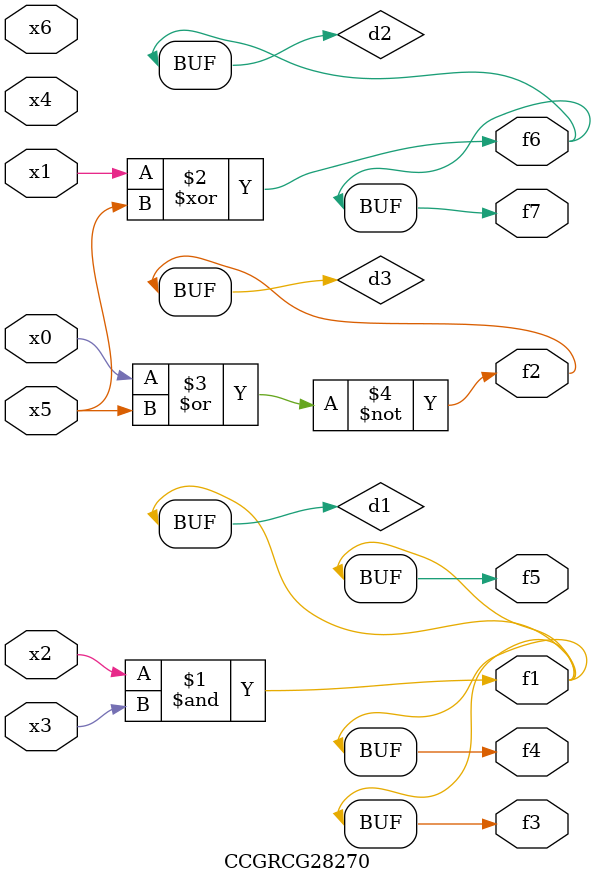
<source format=v>
module CCGRCG28270(
	input x0, x1, x2, x3, x4, x5, x6,
	output f1, f2, f3, f4, f5, f6, f7
);

	wire d1, d2, d3;

	and (d1, x2, x3);
	xor (d2, x1, x5);
	nor (d3, x0, x5);
	assign f1 = d1;
	assign f2 = d3;
	assign f3 = d1;
	assign f4 = d1;
	assign f5 = d1;
	assign f6 = d2;
	assign f7 = d2;
endmodule

</source>
